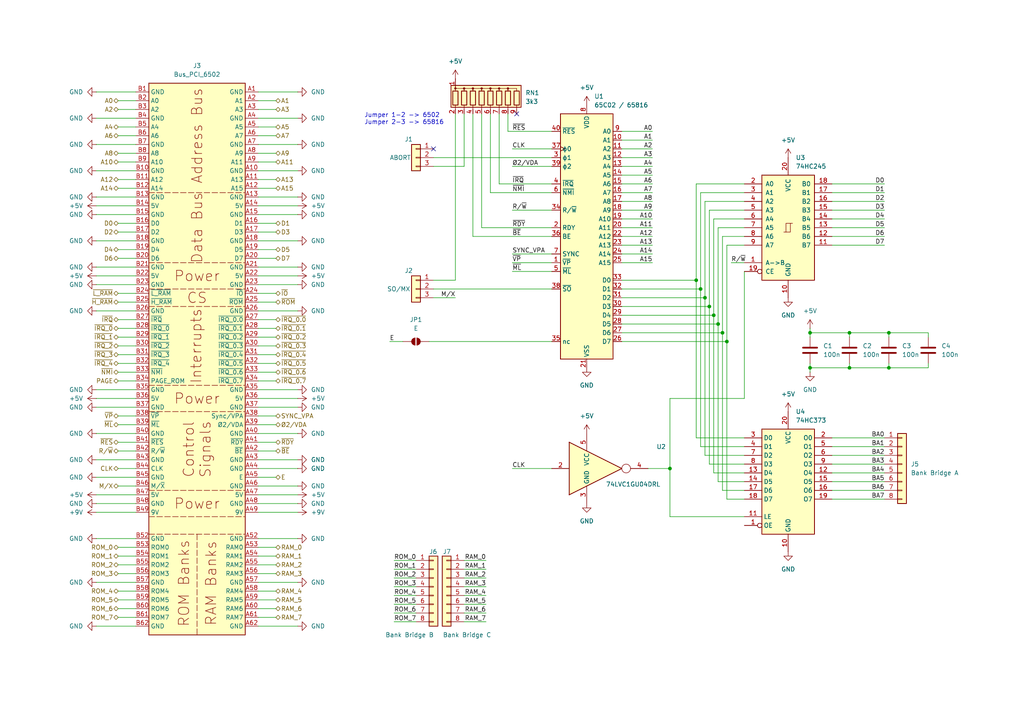
<source format=kicad_sch>
(kicad_sch (version 20231120) (generator "eeschema") (generator_version "8.0")
  (paper "A4")
  (junction (at 210.82 99.06))
  (junction (at 209.55 96.52))
  (junction (at 246.38 106.68))
  (junction (at 257.81 106.68))
  (junction (at 204.47 86.36))
  (junction (at 208.28 93.98))
  (junction (at 246.38 96.52))
  (junction (at 205.74 88.9))
  (junction (at 234.95 96.52))
  (junction (at 201.93 81.28))
  (junction (at 203.2 83.82))
  (junction (at 207.01 91.44))
  (junction (at 234.95 106.68))
  (junction (at 257.81 96.52))
  (junction (at 194.31 135.89))
  (no_connect (at 149.86 33.02))
  (no_connect (at 125.73 43.18))
  (wire (pts (xy 142.24 55.88) (xy 142.24 33.02)))
  (wire (pts (xy 148.59 78.74) (xy 160.02 78.74)))
  (wire (pts (xy 86.36 26.67) (xy 74.93 26.67)))
  (wire (pts (xy 80.01 95.25) (xy 74.93 95.25)))
  (wire (pts (xy 189.23 73.66) (xy 180.34 73.66)))
  (wire (pts (xy 86.36 133.35) (xy 74.93 133.35)))
  (wire (pts (xy 241.3 58.42) (xy 256.54 58.42)))
  (wire (pts (xy 27.94 62.23) (xy 39.37 62.23)))
  (wire (pts (xy 34.29 54.61) (xy 39.37 54.61)))
  (wire (pts (xy 140.97 180.34) (xy 134.62 180.34)))
  (wire (pts (xy 148.59 60.96) (xy 160.02 60.96)))
  (wire (pts (xy 80.01 44.45) (xy 74.93 44.45)))
  (wire (pts (xy 86.36 143.51) (xy 74.93 143.51)))
  (wire (pts (xy 189.23 50.8) (xy 180.34 50.8)))
  (wire (pts (xy 189.23 68.58) (xy 180.34 68.58)))
  (wire (pts (xy 114.3 172.72) (xy 120.65 172.72)))
  (wire (pts (xy 80.01 110.49) (xy 74.93 110.49)))
  (wire (pts (xy 241.3 66.04) (xy 256.54 66.04)))
  (wire (pts (xy 140.97 165.1) (xy 134.62 165.1)))
  (wire (pts (xy 34.29 31.75) (xy 39.37 31.75)))
  (wire (pts (xy 209.55 96.52) (xy 209.55 142.24)))
  (wire (pts (xy 234.95 106.68) (xy 246.38 106.68)))
  (wire (pts (xy 210.82 99.06) (xy 210.82 144.78)))
  (wire (pts (xy 34.29 29.21) (xy 39.37 29.21)))
  (wire (pts (xy 257.81 106.68) (xy 269.24 106.68)))
  (wire (pts (xy 34.29 72.39) (xy 39.37 72.39)))
  (wire (pts (xy 86.36 77.47) (xy 74.93 77.47)))
  (wire (pts (xy 210.82 71.12) (xy 215.9 71.12)))
  (wire (pts (xy 80.01 97.79) (xy 74.93 97.79)))
  (wire (pts (xy 241.3 127) (xy 256.54 127)))
  (wire (pts (xy 27.94 138.43) (xy 39.37 138.43)))
  (wire (pts (xy 241.3 60.96) (xy 256.54 60.96)))
  (wire (pts (xy 208.28 139.7) (xy 215.9 139.7)))
  (wire (pts (xy 194.31 135.89) (xy 194.31 149.86)))
  (wire (pts (xy 114.3 167.64) (xy 120.65 167.64)))
  (wire (pts (xy 80.01 171.45) (xy 74.93 171.45)))
  (wire (pts (xy 34.29 44.45) (xy 39.37 44.45)))
  (wire (pts (xy 80.01 179.07) (xy 74.93 179.07)))
  (wire (pts (xy 80.01 64.77) (xy 74.93 64.77)))
  (wire (pts (xy 210.82 99.06) (xy 210.82 71.12)))
  (wire (pts (xy 27.94 77.47) (xy 39.37 77.47)))
  (wire (pts (xy 34.29 95.25) (xy 39.37 95.25)))
  (wire (pts (xy 80.01 123.19) (xy 74.93 123.19)))
  (wire (pts (xy 208.28 66.04) (xy 215.9 66.04)))
  (wire (pts (xy 140.97 175.26) (xy 134.62 175.26)))
  (wire (pts (xy 189.23 40.64) (xy 180.34 40.64)))
  (wire (pts (xy 34.29 92.71) (xy 39.37 92.71)))
  (wire (pts (xy 140.97 177.8) (xy 134.62 177.8)))
  (wire (pts (xy 80.01 87.63) (xy 74.93 87.63)))
  (wire (pts (xy 234.95 106.68) (xy 234.95 107.95)))
  (wire (pts (xy 34.29 171.45) (xy 39.37 171.45)))
  (wire (pts (xy 187.96 135.89) (xy 194.31 135.89)))
  (wire (pts (xy 209.55 96.52) (xy 209.55 68.58)))
  (wire (pts (xy 201.93 81.28) (xy 201.93 127)))
  (wire (pts (xy 34.29 128.27) (xy 39.37 128.27)))
  (wire (pts (xy 114.3 162.56) (xy 120.65 162.56)))
  (wire (pts (xy 80.01 74.93) (xy 74.93 74.93)))
  (wire (pts (xy 80.01 161.29) (xy 74.93 161.29)))
  (wire (pts (xy 34.29 135.89) (xy 39.37 135.89)))
  (wire (pts (xy 203.2 129.54) (xy 215.9 129.54)))
  (wire (pts (xy 241.3 137.16) (xy 256.54 137.16)))
  (wire (pts (xy 34.29 107.95) (xy 39.37 107.95)))
  (wire (pts (xy 125.73 45.72) (xy 160.02 45.72)))
  (wire (pts (xy 189.23 43.18) (xy 180.34 43.18)))
  (wire (pts (xy 137.16 68.58) (xy 137.16 33.02)))
  (wire (pts (xy 86.36 62.23) (xy 74.93 62.23)))
  (wire (pts (xy 80.01 120.65) (xy 74.93 120.65)))
  (wire (pts (xy 27.94 115.57) (xy 39.37 115.57)))
  (wire (pts (xy 203.2 83.82) (xy 203.2 55.88)))
  (wire (pts (xy 27.94 26.67) (xy 39.37 26.67)))
  (wire (pts (xy 205.74 134.62) (xy 215.9 134.62)))
  (wire (pts (xy 34.29 140.97) (xy 39.37 140.97)))
  (wire (pts (xy 34.29 36.83) (xy 39.37 36.83)))
  (wire (pts (xy 207.01 91.44) (xy 207.01 137.16)))
  (wire (pts (xy 189.23 38.1) (xy 180.34 38.1)))
  (wire (pts (xy 34.29 64.77) (xy 39.37 64.77)))
  (wire (pts (xy 86.36 113.03) (xy 74.93 113.03)))
  (wire (pts (xy 80.01 52.07) (xy 74.93 52.07)))
  (wire (pts (xy 34.29 87.63) (xy 39.37 87.63)))
  (wire (pts (xy 234.95 96.52) (xy 234.95 97.79)))
  (wire (pts (xy 80.01 138.43) (xy 74.93 138.43)))
  (wire (pts (xy 201.93 81.28) (xy 201.93 53.34)))
  (wire (pts (xy 234.95 105.41) (xy 234.95 106.68)))
  (wire (pts (xy 241.3 68.58) (xy 256.54 68.58)))
  (wire (pts (xy 34.29 74.93) (xy 39.37 74.93)))
  (wire (pts (xy 80.01 173.99) (xy 74.93 173.99)))
  (wire (pts (xy 124.46 99.06) (xy 160.02 99.06)))
  (wire (pts (xy 205.74 88.9) (xy 205.74 60.96)))
  (wire (pts (xy 80.01 163.83) (xy 74.93 163.83)))
  (wire (pts (xy 139.7 66.04) (xy 160.02 66.04)))
  (wire (pts (xy 80.01 31.75) (xy 74.93 31.75)))
  (wire (pts (xy 86.36 57.15) (xy 74.93 57.15)))
  (wire (pts (xy 140.97 162.56) (xy 134.62 162.56)))
  (wire (pts (xy 180.34 83.82) (xy 203.2 83.82)))
  (wire (pts (xy 269.24 106.68) (xy 269.24 105.41)))
  (wire (pts (xy 34.29 123.19) (xy 39.37 123.19)))
  (wire (pts (xy 207.01 137.16) (xy 215.9 137.16)))
  (wire (pts (xy 34.29 67.31) (xy 39.37 67.31)))
  (wire (pts (xy 27.94 146.05) (xy 39.37 146.05)))
  (wire (pts (xy 27.94 133.35) (xy 39.37 133.35)))
  (wire (pts (xy 34.29 163.83) (xy 39.37 163.83)))
  (wire (pts (xy 27.94 90.17) (xy 39.37 90.17)))
  (wire (pts (xy 241.3 53.34) (xy 256.54 53.34)))
  (wire (pts (xy 34.29 176.53) (xy 39.37 176.53)))
  (wire (pts (xy 180.34 93.98) (xy 208.28 93.98)))
  (wire (pts (xy 86.36 59.69) (xy 74.93 59.69)))
  (wire (pts (xy 246.38 96.52) (xy 246.38 97.79)))
  (wire (pts (xy 189.23 58.42) (xy 180.34 58.42)))
  (wire (pts (xy 27.94 148.59) (xy 39.37 148.59)))
  (wire (pts (xy 114.3 175.26) (xy 120.65 175.26)))
  (wire (pts (xy 34.29 100.33) (xy 39.37 100.33)))
  (wire (pts (xy 80.01 130.81) (xy 74.93 130.81)))
  (wire (pts (xy 201.93 127) (xy 215.9 127)))
  (wire (pts (xy 189.23 76.2) (xy 180.34 76.2)))
  (wire (pts (xy 80.01 29.21) (xy 74.93 29.21)))
  (wire (pts (xy 132.08 81.28) (xy 132.08 33.02)))
  (wire (pts (xy 86.36 135.89) (xy 74.93 135.89)))
  (wire (pts (xy 86.36 49.53) (xy 74.93 49.53)))
  (wire (pts (xy 125.73 83.82) (xy 160.02 83.82)))
  (wire (pts (xy 34.29 105.41) (xy 39.37 105.41)))
  (wire (pts (xy 241.3 132.08) (xy 256.54 132.08)))
  (wire (pts (xy 27.94 57.15) (xy 39.37 57.15)))
  (wire (pts (xy 86.36 156.21) (xy 74.93 156.21)))
  (wire (pts (xy 27.94 82.55) (xy 39.37 82.55)))
  (wire (pts (xy 212.09 76.2) (xy 215.9 76.2)))
  (wire (pts (xy 210.82 144.78) (xy 215.9 144.78)))
  (wire (pts (xy 34.29 52.07) (xy 39.37 52.07)))
  (wire (pts (xy 125.73 86.36) (xy 132.08 86.36)))
  (wire (pts (xy 204.47 58.42) (xy 215.9 58.42)))
  (wire (pts (xy 134.62 33.02) (xy 134.62 48.26)))
  (wire (pts (xy 27.94 80.01) (xy 39.37 80.01)))
  (wire (pts (xy 241.3 134.62) (xy 256.54 134.62)))
  (wire (pts (xy 234.95 96.52) (xy 246.38 96.52)))
  (wire (pts (xy 205.74 88.9) (xy 205.74 134.62)))
  (wire (pts (xy 114.3 180.34) (xy 120.65 180.34)))
  (wire (pts (xy 34.29 173.99) (xy 39.37 173.99)))
  (wire (pts (xy 114.3 165.1) (xy 120.65 165.1)))
  (wire (pts (xy 241.3 63.5) (xy 256.54 63.5)))
  (wire (pts (xy 114.3 177.8) (xy 120.65 177.8)))
  (wire (pts (xy 204.47 86.36) (xy 204.47 132.08)))
  (wire (pts (xy 142.24 55.88) (xy 160.02 55.88)))
  (wire (pts (xy 80.01 67.31) (xy 74.93 67.31)))
  (wire (pts (xy 80.01 158.75) (xy 74.93 158.75)))
  (wire (pts (xy 140.97 167.64) (xy 134.62 167.64)))
  (wire (pts (xy 209.55 142.24) (xy 215.9 142.24)))
  (wire (pts (xy 241.3 55.88) (xy 256.54 55.88)))
  (wire (pts (xy 180.34 99.06) (xy 210.82 99.06)))
  (wire (pts (xy 27.94 41.91) (xy 39.37 41.91)))
  (wire (pts (xy 34.29 85.09) (xy 39.37 85.09)))
  (wire (pts (xy 137.16 68.58) (xy 160.02 68.58)))
  (wire (pts (xy 80.01 166.37) (xy 74.93 166.37)))
  (wire (pts (xy 27.94 34.29) (xy 39.37 34.29)))
  (wire (pts (xy 257.81 96.52) (xy 257.81 97.79)))
  (wire (pts (xy 205.74 60.96) (xy 215.9 60.96)))
  (wire (pts (xy 86.36 82.55) (xy 74.93 82.55)))
  (wire (pts (xy 241.3 71.12) (xy 256.54 71.12)))
  (wire (pts (xy 80.01 46.99) (xy 74.93 46.99)))
  (wire (pts (xy 207.01 91.44) (xy 207.01 63.5)))
  (wire (pts (xy 34.29 39.37) (xy 39.37 39.37)))
  (wire (pts (xy 27.94 156.21) (xy 39.37 156.21)))
  (wire (pts (xy 27.94 69.85) (xy 39.37 69.85)))
  (wire (pts (xy 208.28 93.98) (xy 208.28 66.04)))
  (wire (pts (xy 148.59 76.2) (xy 160.02 76.2)))
  (wire (pts (xy 140.97 172.72) (xy 134.62 172.72)))
  (wire (pts (xy 86.36 34.29) (xy 74.93 34.29)))
  (wire (pts (xy 80.01 100.33) (xy 74.93 100.33)))
  (wire (pts (xy 80.01 102.87) (xy 74.93 102.87)))
  (wire (pts (xy 203.2 83.82) (xy 203.2 129.54)))
  (wire (pts (xy 34.29 161.29) (xy 39.37 161.29)))
  (wire (pts (xy 194.31 115.57) (xy 194.31 135.89)))
  (wire (pts (xy 241.3 142.24) (xy 256.54 142.24)))
  (wire (pts (xy 241.3 129.54) (xy 256.54 129.54)))
  (wire (pts (xy 234.95 95.25) (xy 234.95 96.52)))
  (wire (pts (xy 86.36 69.85) (xy 74.93 69.85)))
  (wire (pts (xy 189.23 66.04) (xy 180.34 66.04)))
  (wire (pts (xy 34.29 166.37) (xy 39.37 166.37)))
  (wire (pts (xy 86.36 148.59) (xy 74.93 148.59)))
  (wire (pts (xy 34.29 110.49) (xy 39.37 110.49)))
  (wire (pts (xy 215.9 115.57) (xy 194.31 115.57)))
  (wire (pts (xy 27.94 125.73) (xy 39.37 125.73)))
  (wire (pts (xy 257.81 96.52) (xy 269.24 96.52)))
  (wire (pts (xy 189.23 45.72) (xy 180.34 45.72)))
  (wire (pts (xy 80.01 107.95) (xy 74.93 107.95)))
  (wire (pts (xy 80.01 176.53) (xy 74.93 176.53)))
  (wire (pts (xy 86.36 90.17) (xy 74.93 90.17)))
  (wire (pts (xy 80.01 92.71) (xy 74.93 92.71)))
  (wire (pts (xy 246.38 96.52) (xy 257.81 96.52)))
  (wire (pts (xy 147.32 38.1) (xy 160.02 38.1)))
  (wire (pts (xy 194.31 149.86) (xy 215.9 149.86)))
  (wire (pts (xy 134.62 48.26) (xy 125.73 48.26)))
  (wire (pts (xy 140.97 170.18) (xy 134.62 170.18)))
  (wire (pts (xy 207.01 63.5) (xy 215.9 63.5)))
  (wire (pts (xy 80.01 128.27) (xy 74.93 128.27)))
  (wire (pts (xy 86.36 41.91) (xy 74.93 41.91)))
  (wire (pts (xy 203.2 55.88) (xy 215.9 55.88)))
  (wire (pts (xy 114.3 170.18) (xy 120.65 170.18)))
  (wire (pts (xy 148.59 43.18) (xy 160.02 43.18)))
  (wire (pts (xy 86.36 140.97) (xy 74.93 140.97)))
  (wire (pts (xy 86.36 80.01) (xy 74.93 80.01)))
  (wire (pts (xy 160.02 73.66) (xy 148.59 73.66)))
  (wire (pts (xy 180.34 81.28) (xy 201.93 81.28)))
  (wire (pts (xy 86.36 118.11) (xy 74.93 118.11)))
  (wire (pts (xy 147.32 38.1) (xy 147.32 33.02)))
  (wire (pts (xy 27.94 49.53) (xy 39.37 49.53)))
  (wire (pts (xy 148.59 48.26) (xy 160.02 48.26)))
  (wire (pts (xy 34.29 46.99) (xy 39.37 46.99)))
  (wire (pts (xy 189.23 55.88) (xy 180.34 55.88)))
  (wire (pts (xy 86.36 115.57) (xy 74.93 115.57)))
  (wire (pts (xy 34.29 97.79) (xy 39.37 97.79)))
  (wire (pts (xy 86.36 181.61) (xy 74.93 181.61)))
  (wire (pts (xy 180.34 88.9) (xy 205.74 88.9)))
  (wire (pts (xy 86.36 168.91) (xy 74.93 168.91)))
  (wire (pts (xy 201.93 53.34) (xy 215.9 53.34)))
  (wire (pts (xy 189.23 60.96) (xy 180.34 60.96)))
  (wire (pts (xy 189.23 48.26) (xy 180.34 48.26)))
  (wire (pts (xy 215.9 78.74) (xy 215.9 115.57)))
  (wire (pts (xy 80.01 36.83) (xy 74.93 36.83)))
  (wire (pts (xy 86.36 146.05) (xy 74.93 146.05)))
  (wire (pts (xy 27.94 113.03) (xy 39.37 113.03)))
  (wire (pts (xy 34.29 179.07) (xy 39.37 179.07)))
  (wire (pts (xy 34.29 120.65) (xy 39.37 120.65)))
  (wire (pts (xy 27.94 59.69) (xy 39.37 59.69)))
  (wire (pts (xy 209.55 68.58) (xy 215.9 68.58)))
  (wire (pts (xy 204.47 132.08) (xy 215.9 132.08)))
  (wire (pts (xy 144.78 53.34) (xy 160.02 53.34)))
  (wire (pts (xy 189.23 53.34) (xy 180.34 53.34)))
  (wire (pts (xy 246.38 106.68) (xy 257.81 106.68)))
  (wire (pts (xy 34.29 102.87) (xy 39.37 102.87)))
  (wire (pts (xy 144.78 53.34) (xy 144.78 33.02)))
  (wire (pts (xy 80.01 54.61) (xy 74.93 54.61)))
  (wire (pts (xy 204.47 86.36) (xy 204.47 58.42)))
  (wire (pts (xy 27.94 181.61) (xy 39.37 181.61)))
  (wire (pts (xy 208.28 93.98) (xy 208.28 139.7)))
  (wire (pts (xy 27.94 143.51) (xy 39.37 143.51)))
  (wire (pts (xy 80.01 39.37) (xy 74.93 39.37)))
  (wire (pts (xy 241.3 139.7) (xy 256.54 139.7)))
  (wire (pts (xy 27.94 118.11) (xy 39.37 118.11)))
  (wire (pts (xy 80.01 105.41) (xy 74.93 105.41)))
  (wire (pts (xy 125.73 81.28) (xy 132.08 81.28)))
  (wire (pts (xy 180.34 96.52) (xy 209.55 96.52)))
  (wire (pts (xy 189.23 71.12) (xy 180.34 71.12)))
  (wire (pts (xy 269.24 96.52) (xy 269.24 97.79)))
  (wire (pts (xy 257.81 105.41) (xy 257.81 106.68)))
  (wire (pts (xy 27.94 168.91) (xy 39.37 168.91)))
  (wire (pts (xy 148.59 135.89) (xy 160.02 135.89)))
  (wire (pts (xy 241.3 144.78) (xy 256.54 144.78)))
  (wire (pts (xy 139.7 66.04) (xy 139.7 33.02)))
  (wire (pts (xy 180.34 91.44) (xy 207.01 91.44)))
  (wire (pts (xy 80.01 85.09) (xy 74.93 85.09)))
  (wire (pts (xy 86.36 125.73) (xy 74.93 125.73)))
  (wire (pts (xy 80.01 72.39) (xy 74.93 72.39)))
  (wire (pts (xy 180.34 86.36) (xy 204.47 86.36)))
  (wire (pts (xy 113.03 99.06) (xy 116.84 99.06)))
  (wire (pts (xy 189.23 63.5) (xy 180.34 63.5)))
  (wire (pts (xy 246.38 105.41) (xy 246.38 106.68)))
  (wire (pts (xy 34.29 130.81) (xy 39.37 130.81)))
  (wire (pts (xy 34.29 158.75) (xy 39.37 158.75)))
  (text "Jumper 1-2 -> 6502\nJumper 2-3 -> 65816" (at 105.664 34.544 0) (effects (font (size 1.27 1.27)) (justify left)))
  (label "ROM_5" (at 114.3 175.26 0))
  (label "A2" (at 189.23 43.18 180))
  (label "ROM_1" (at 114.3 165.1 0))
  (label "A3" (at 189.23 45.72 180))
  (label "D7" (at 256.54 71.12 180))
  (label "BA7" (at 256.54 144.78 180))
  (label "RAM_0" (at 140.97 162.56 180))
  (label "SYNC_VPA" (at 148.59 73.66 0))
  (label "D0" (at 256.54 53.34 180))
  (label "D3" (at 256.54 60.96 180))
  (label "ROM_0" (at 114.3 162.56 0))
  (label "RAM_6" (at 140.97 177.8 180))
  (label "A10" (at 189.23 63.5 180))
  (label "A14" (at 189.23 73.66 180))
  (label "ROM_6" (at 114.3 177.8 0))
  (label "D6" (at 256.54 68.58 180))
  (label "A0" (at 189.23 38.1 180))
  (label "BA0" (at 256.54 127 180))
  (label "BA4" (at 256.54 137.16 180))
  (label "A5" (at 189.23 50.8 180))
  (label "A9" (at 189.23 60.96 180))
  (label "RAM_2" (at 140.97 167.64 180))
  (label "A13" (at 189.23 71.12 180))
  (label "~{NMI}" (at 148.59 55.88 0))
  (label "~{RDY}" (at 148.59 66.04 0))
  (label "D5" (at 256.54 66.04 180))
  (label "BA1" (at 256.54 129.54 180))
  (label "~{VP}" (at 148.59 76.2 0))
  (label "A4" (at 189.23 48.26 180))
  (label "D1" (at 256.54 55.88 180))
  (label "BA3" (at 256.54 134.62 180))
  (label "Ø2{slash}VDA" (at 148.59 48.26 0))
  (label "BA6" (at 256.54 142.24 180))
  (label "~{RES}" (at 148.59 38.1 0))
  (label "A11" (at 189.23 66.04 180))
  (label "E" (at 113.03 99.06 0))
  (label "~{BE}" (at 148.59 68.58 0))
  (label "R{slash}~{W}" (at 148.59 60.96 0))
  (label "CLK" (at 148.59 135.89 0))
  (label "A15" (at 189.23 76.2 180))
  (label "RAM_4" (at 140.97 172.72 180))
  (label "A6" (at 189.23 53.34 180))
  (label "A8" (at 189.23 58.42 180))
  (label "~{IRQ}" (at 148.59 53.34 0))
  (label "RAM_1" (at 140.97 165.1 180))
  (label "BA2" (at 256.54 132.08 180))
  (label "M{slash}X" (at 132.08 86.36 180))
  (label "A1" (at 189.23 40.64 180))
  (label "RAM_5" (at 140.97 175.26 180))
  (label "A12" (at 189.23 68.58 180))
  (label "BA5" (at 256.54 139.7 180))
  (label "ROM_3" (at 114.3 170.18 0))
  (label "~{ML}" (at 148.59 78.74 0))
  (label "ROM_2" (at 114.3 167.64 0))
  (label "ROM_4" (at 114.3 172.72 0))
  (label "RAM_3" (at 140.97 170.18 180))
  (label "ROM_7" (at 114.3 180.34 0))
  (label "D4" (at 256.54 63.5 180))
  (label "CLK" (at 148.59 43.18 0))
  (label "D2" (at 256.54 58.42 180))
  (label "A7" (at 189.23 55.88 180))
  (label "RAM_7" (at 140.97 180.34 180))
  (label "R{slash}~{W}" (at 212.09 76.2 0))
  (hierarchical_label "D7" (shape bidirectional) (at 80.01 74.93 0))
  (hierarchical_label "~{IRQ}" (shape bidirectional) (at 34.29 92.71 180))
  (hierarchical_label "CLK" (shape bidirectional) (at 34.29 135.89 180))
  (hierarchical_label "M{slash}X" (shape bidirectional) (at 34.29 140.97 180))
  (hierarchical_label "A6" (shape bidirectional) (at 34.29 39.37 180))
  (hierarchical_label "~{H_RAM}" (shape bidirectional) (at 34.29 87.63 180))
  (hierarchical_label "~{IRQ_0.0}" (shape bidirectional) (at 80.01 92.71 0))
  (hierarchical_label "A2" (shape bidirectional) (at 34.29 31.75 180))
  (hierarchical_label "A10" (shape bidirectional) (at 34.29 46.99 180))
  (hierarchical_label "RAM_0" (shape bidirectional) (at 80.01 158.75 0))
  (hierarchical_label "A5" (shape bidirectional) (at 80.01 36.83 0))
  (hierarchical_label "A3" (shape bidirectional) (at 80.01 31.75 0))
  (hierarchical_label "A14" (shape bidirectional) (at 34.29 54.61 180))
  (hierarchical_label "~{IRQ_3}" (shape bidirectional) (at 34.29 102.87 180))
  (hierarchical_label "E" (shape bidirectional) (at 80.01 138.43 0))
  (hierarchical_label "~{IRQ_1}" (shape bidirectional) (at 34.29 97.79 180))
  (hierarchical_label "~{IRQ_0}" (shape bidirectional) (at 34.29 95.25 180))
  (hierarchical_label "D3" (shape bidirectional) (at 80.01 67.31 0))
  (hierarchical_label "ROM_7" (shape bidirectional) (at 34.29 179.07 180))
  (hierarchical_label "D1" (shape bidirectional) (at 80.01 64.77 0))
  (hierarchical_label "D6" (shape bidirectional) (at 34.29 74.93 180))
  (hierarchical_label "SYNC_VPA" (shape bidirectional) (at 80.01 120.65 0))
  (hierarchical_label "~{IRQ_0.2}" (shape bidirectional) (at 80.01 97.79 0))
  (hierarchical_label "~{ML}" (shape bidirectional) (at 34.29 123.19 180))
  (hierarchical_label "~{IRQ_0.3}" (shape bidirectional) (at 80.01 100.33 0))
  (hierarchical_label "RAM_3" (shape bidirectional) (at 80.01 166.37 0))
  (hierarchical_label "~{IRQ_0.7}" (shape bidirectional) (at 80.01 110.49 0))
  (hierarchical_label "Ø2{slash}VDA" (shape bidirectional) (at 80.01 123.19 0))
  (hierarchical_label "~{ROM}" (shape bidirectional) (at 80.01 87.63 0))
  (hierarchical_label "ROM_2" (shape bidirectional) (at 34.29 163.83 180))
  (hierarchical_label "ROM_6" (shape bidirectional) (at 34.29 176.53 180))
  (hierarchical_label "R{slash}~{W}" (shape bidirectional) (at 34.29 130.81 180))
  (hierarchical_label "ROM_1" (shape bidirectional) (at 34.29 161.29 180))
  (hierarchical_label "~{L_RAM}" (shape bidirectional) (at 34.29 85.09 180))
  (hierarchical_label "RAM_4" (shape bidirectional) (at 80.01 171.45 0))
  (hierarchical_label "RAM_6" (shape bidirectional) (at 80.01 176.53 0))
  (hierarchical_label "A0" (shape bidirectional) (at 34.29 29.21 180))
  (hierarchical_label "~{BE}" (shape bidirectional) (at 80.01 130.81 0))
  (hierarchical_label "A12" (shape bidirectional) (at 34.29 52.07 180))
  (hierarchical_label "RAM_1" (shape bidirectional) (at 80.01 161.29 0))
  (hierarchical_label "D0" (shape bidirectional) (at 34.29 64.77 180))
  (hierarchical_label "~{IO}" (shape bidirectional) (at 80.01 85.09 0))
  (hierarchical_label "D5" (shape bidirectional) (at 80.01 72.39 0))
  (hierarchical_label "D2" (shape bidirectional) (at 34.29 67.31 180))
  (hierarchical_label "A11" (shape bidirectional) (at 80.01 46.99 0))
  (hierarchical_label "RAM_5" (shape bidirectional) (at 80.01 173.99 0))
  (hierarchical_label "~{IRQ_2}" (shape bidirectional) (at 34.29 100.33 180))
  (hierarchical_label "ROM_0" (shape bidirectional) (at 34.29 158.75 180))
  (hierarchical_label "~{NMI}" (shape bidirectional) (at 34.29 107.95 180))
  (hierarchical_label "ROM_4" (shape bidirectional) (at 34.29 171.45 180))
  (hierarchical_label "ROM_3" (shape bidirectional) (at 34.29 166.37 180))
  (hierarchical_label "A8" (shape bidirectional) (at 34.29 44.45 180))
  (hierarchical_label "A1" (shape bidirectional) (at 80.01 29.21 0))
  (hierarchical_label "~{RES}" (shape bidirectional) (at 34.29 128.27 180))
  (hierarchical_label "ROM_5" (shape bidirectional) (at 34.29 173.99 180))
  (hierarchical_label "RAM_7" (shape bidirectional) (at 80.01 179.07 0))
  (hierarchical_label "A15" (shape bidirectional) (at 80.01 54.61 0))
  (hierarchical_label "~{IRQ_0.5}" (shape bidirectional) (at 80.01 105.41 0))
  (hierarchical_label "~{RDY}" (shape bidirectional) (at 80.01 128.27 0))
  (hierarchical_label "A7" (shape bidirectional) (at 80.01 39.37 0))
  (hierarchical_label "A9" (shape bidirectional) (at 80.01 44.45 0))
  (hierarchical_label "~{VP}" (shape bidirectional) (at 34.29 120.65 180))
  (hierarchical_label "PAGE" (shape bidirectional) (at 34.29 110.49 180))
  (hierarchical_label "~{IRQ_0.4}" (shape bidirectional) (at 80.01 102.87 0))
  (hierarchical_label "D4" (shape bidirectional) (at 34.29 72.39 180))
  (hierarchical_label "A4" (shape bidirectional) (at 34.29 36.83 180))
  (hierarchical_label "~{IRQ_0.6}" (shape bidirectional) (at 80.01 107.95 0))
  (hierarchical_label "~{IRQ_0.1}" (shape bidirectional) (at 80.01 95.25 0))
  (hierarchical_label "~{IRQ_4}" (shape bidirectional) (at 34.29 105.41 180))
  (hierarchical_label "RAM_2" (shape bidirectional) (at 80.01 163.83 0))
  (hierarchical_label "A13" (shape bidirectional) (at 80.01 52.07 0))
  (symbol (lib_id "power:GND") (at 27.94 26.67 270) (unit 1)
    (property "Reference" "#PWR04" (effects (hide yes)))
    (property "Value" "GND" (at 24.13 26.6699 90) (effects (justify right)))
    (property "Description" "Power symbol creates a global label with name \"GND\" , ground" (effects (hide yes)))
  )
  (symbol (lib_id "power:+5V") (at 132.08 22.86 0) (unit 1)
    (property "Reference" "#PWR01" (effects (hide yes)))
    (property "Value" "+5V" (at 132.08 17.78 0))
    (property "Description" "Power symbol creates a global label with name \"+5V\"" (effects (hide yes)))
  )
  (symbol (lib_id "power:GND") (at 86.36 57.15 90) (mirror x) (unit 1)
    (property "Reference" "#PWR013" (effects (hide yes)))
    (property "Value" "GND" (at 90.17 57.1499 90) (effects (justify right)))
    (property "Description" "Power symbol creates a global label with name \"GND\" , ground" (effects (hide yes)))
  )
  (symbol (lib_id "power:GND") (at 27.94 146.05 270) (unit 1)
    (property "Reference" "#PWR043" (effects (hide yes)))
    (property "Value" "GND" (at 24.13 146.0499 90) (effects (justify right)))
    (property "Description" "Power symbol creates a global label with name \"GND\" , ground" (effects (hide yes)))
  )
  (symbol (lib_id "power:GND") (at 27.94 82.55 270) (unit 1)
    (property "Reference" "#PWR024" (effects (hide yes)))
    (property "Value" "GND" (at 24.13 82.5499 90) (effects (justify right)))
    (property "Description" "Power symbol creates a global label with name \"GND\" , ground" (effects (hide yes)))
  )
  (symbol (lib_id "power:GND") (at 27.94 57.15 270) (unit 1)
    (property "Reference" "#PWR012" (effects (hide yes)))
    (property "Value" "GND" (at 24.13 57.1499 90) (effects (justify right)))
    (property "Description" "Power symbol creates a global label with name \"GND\" , ground" (effects (hide yes)))
  )
  (symbol (lib_id "power:GND") (at 27.94 156.21 270) (unit 1)
    (property "Reference" "#PWR047" (effects (hide yes)))
    (property "Value" "GND" (at 24.13 156.2099 90) (effects (justify right)))
    (property "Description" "Power symbol creates a global label with name \"GND\" , ground" (effects (hide yes)))
  )
  (symbol (lib_id "power:GND") (at 27.94 168.91 270) (unit 1)
    (property "Reference" "#PWR049" (effects (hide yes)))
    (property "Value" "GND" (at 24.13 168.9099 90) (effects (justify right)))
    (property "Description" "Power symbol creates a global label with name \"GND\" , ground" (effects (hide yes)))
  )
  (symbol (lib_id "power:GND") (at 86.36 146.05 90) (mirror x) (unit 1)
    (property "Reference" "#PWR044" (effects (hide yes)))
    (property "Value" "GND" (at 90.17 146.0499 90) (effects (justify right)))
    (property "Description" "Power symbol creates a global label with name \"GND\" , ground" (effects (hide yes)))
  )
  (symbol (lib_id "Connector_Generic:Conn_01x03") (at 120.65 83.82 0) (mirror y) (unit 1)
    (property "Reference" "J2" (at 117.348 78.486 0) (effects (justify right)))
    (property "Value" "SO/MX" (at 112.268 83.82 0) (effects (justify right)))
    (property "Footprint" "Jumper:SolderJumper-3_P1.3mm_Open_RoundedPad1.0x1.5mm_NumberLabels" (effects (hide yes)))
    (property "Description" "Generic connector, single row, 01x03, script generated (kicad-library-utils/schlib/autogen/connector/)" (effects (hide yes)))
  )
  (symbol (lib_id "power:GND") (at 27.94 77.47 270) (unit 1)
    (property "Reference" "#PWR020" (effects (hide yes)))
    (property "Value" "GND" (at 24.13 77.4699 90) (effects (justify right)))
    (property "Description" "Power symbol creates a global label with name \"GND\" , ground" (effects (hide yes)))
  )
  (symbol (lib_id "power:GND") (at 86.36 41.91 90) (mirror x) (unit 1)
    (property "Reference" "#PWR09" (effects (hide yes)))
    (property "Value" "GND" (at 90.17 41.9099 90) (effects (justify right)))
    (property "Description" "Power symbol creates a global label with name \"GND\" , ground" (effects (hide yes)))
  )
  (symbol (lib_id "power:+5V") (at 86.36 80.01 270) (mirror x) (unit 1)
    (property "Reference" "#PWR023" (effects (hide yes)))
    (property "Value" "+5V" (at 90.17 80.0099 90) (effects (justify left)))
    (property "Description" "Power symbol creates a global label with name \"+5V\"" (effects (hide yes)))
  )
  (symbol (lib_id "Connector_Generic:Conn_01x08") (at 261.62 134.62 0) (unit 1)
    (property "Reference" "J5" (at 264.16 134.6199 0) (effects (justify left)))
    (property "Value" "Bank Bridge A" (at 264.16 137.1599 0) (effects (justify left)))
    (property "Footprint" "Connector_PinHeader_2.54mm:PinHeader_1x08_P2.54mm_Vertical" (effects (hide yes)))
    (property "Description" "Generic connector, single row, 01x08, script generated (kicad-library-utils/schlib/autogen/connector/)" (effects (hide yes)))
  )
  (symbol (lib_id "power:+9V") (at 27.94 148.59 90) (unit 1)
    (property "Reference" "#PWR045" (effects (hide yes)))
    (property "Value" "+9V" (at 24.13 148.5899 90) (effects (justify left)))
    (property "Description" "Power symbol creates a global label with name \"+9V\"" (effects (hide yes)))
  )
  (symbol (lib_id "power:GND") (at 228.6 160.02 0) (unit 1)
    (property "Reference" "#PWR056" (effects (hide yes)))
    (property "Value" "GND" (at 228.6 165.1 0))
    (property "Description" "Power symbol creates a global label with name \"GND\" , ground" (effects (hide yes)))
  )
  (symbol (lib_id "power:GND") (at 86.36 34.29 90) (mirror x) (unit 1)
    (property "Reference" "#PWR07" (effects (hide yes)))
    (property "Value" "GND" (at 90.17 34.2899 90) (effects (justify right)))
    (property "Description" "Power symbol creates a global label with name \"GND\" , ground" (effects (hide yes)))
  )
  (symbol (lib_id "power:GND") (at 170.18 146.05 0) (unit 1)
    (property "Reference" "#PWR058" (effects (hide yes)))
    (property "Value" "GND" (at 170.18 151.13 0))
    (property "Description" "Power symbol creates a global label with name \"GND\" , ground" (effects (hide yes)))
  )
  (symbol (lib_id "power:GND") (at 234.95 107.95 0) (unit 1)
    (property "Reference" "#PWR060" (effects (hide yes)))
    (property "Value" "GND" (at 234.95 113.03 0))
    (property "Description" "Power symbol creates a global label with name \"GND\" , ground" (effects (hide yes)))
  )
  (symbol (lib_id "74xx:74HC245") (at 228.6 66.04 0) (unit 1)
    (property "Reference" "U3" (at 230.7941 45.72 0) (effects (justify left)))
    (property "Value" "74HC245" (at 230.7941 48.26 0) (effects (justify left)))
    (property "Footprint" "Package_DIP:DIP-20_W7.62mm_LongPads" (effects (hide yes)))
    (property "Datasheet" "http://www.ti.com/lit/gpn/sn74HC245" (effects (hide yes)))
    (property "Description" "Octal BUS Transceivers, 3-State outputs" (effects (hide yes)))
  )
  (symbol (lib_id "power:GND") (at 27.94 138.43 270) (unit 1)
    (property "Reference" "#PWR039" (effects (hide yes)))
    (property "Value" "GND" (at 24.13 138.4299 90) (effects (justify right)))
    (property "Description" "Power symbol creates a global label with name \"GND\" , ground" (effects (hide yes)))
  )
  (symbol (lib_id "power:GND") (at 86.36 62.23 90) (mirror x) (unit 1)
    (property "Reference" "#PWR017" (effects (hide yes)))
    (property "Value" "GND" (at 90.17 62.2299 90) (effects (justify right)))
    (property "Description" "Power symbol creates a global label with name \"GND\" , ground" (effects (hide yes)))
  )
  (symbol (lib_id "power:GND") (at 86.36 82.55 90) (mirror x) (unit 1)
    (property "Reference" "#PWR025" (effects (hide yes)))
    (property "Value" "GND" (at 90.17 82.5499 90) (effects (justify right)))
    (property "Description" "Power symbol creates a global label with name \"GND\" , ground" (effects (hide yes)))
  )
  (symbol (lib_id "Device:C") (at 269.24 101.6 0) (unit 1)
    (property "Reference" "C4" (at 273.05 100.3299 0) (effects (justify left)))
    (property "Value" "100n" (at 273.05 102.8699 0) (effects (justify left)))
    (property "Footprint" "Capacitor_SMD:C_0805_2012Metric" (effects (hide yes)))
    (property "Description" "Unpolarized capacitor" (effects (hide yes)))
  )
  (symbol (lib_id "power:GND") (at 27.94 90.17 270) (unit 1)
    (property "Reference" "#PWR026" (effects (hide yes)))
    (property "Value" "GND" (at 24.13 90.1699 90) (effects (justify right)))
    (property "Description" "Power symbol creates a global label with name \"GND\" , ground" (effects (hide yes)))
  )
  (symbol (lib_id "Device:C") (at 257.81 101.6 0) (unit 1)
    (property "Reference" "C3" (at 261.62 100.3299 0) (effects (justify left)))
    (property "Value" "100n" (at 261.62 102.8699 0) (effects (justify left)))
    (property "Footprint" "Capacitor_SMD:C_0805_2012Metric" (effects (hide yes)))
    (property "Description" "Unpolarized capacitor" (effects (hide yes)))
  )
  (symbol (lib_id "74xGxx:74LVC1GU04DRL") (at 170.18 135.89 0) (unit 1)
    (property "Reference" "U2" (at 191.77 129.5714 0))
    (property "Value" "74LVC1GU04DRL" (at 183.642 140.462 0))
    (property "Footprint" "Package_TO_SOT_SMD:SOT-553" (effects (hide yes)))
    (property "Datasheet" "http://www.ti.com/lit/ds/symlink/sn74lvc1gu04.pdf" (effects (hide yes)))
    (property "Description" "Single Inverter Gate, SOT-553" (effects (hide yes)))
  )
  (symbol (lib_id "power:GND") (at 86.36 113.03 90) (mirror x) (unit 1)
    (property "Reference" "#PWR029" (effects (hide yes)))
    (property "Value" "GND" (at 90.17 113.0299 90) (effects (justify right)))
    (property "Description" "Power symbol creates a global label with name \"GND\" , ground" (effects (hide yes)))
  )
  (symbol (lib_id "power:GND") (at 170.18 106.68 0) (unit 1)
    (property "Reference" "#PWR03" (effects (hide yes)))
    (property "Value" "GND" (at 170.18 111.76 0))
    (property "Description" "Power symbol creates a global label with name \"GND\" , ground" (effects (hide yes)))
  )
  (symbol (lib_id "6502:W65C02SxP") (at 170.18 68.58 0) (unit 1)
    (property "Reference" "U1" (at 172.3741 27.94 0) (effects (justify left)))
    (property "Value" "65C02 / 65816" (at 172.3741 30.48 0) (effects (justify left)))
    (property "Footprint" "Package_DIP:DIP-40_W15.24mm" (effects (hide yes)))
    (property "Datasheet" "http://www.westerndesigncenter.com/wdc/documentation/w65c02s.pdf" (effects (hide yes)))
    (property "Description" "8-bit CMOS General Purpose Microprocessor, DIP-40" (effects (hide yes)))
  )
  (symbol (lib_id "power:GND") (at 27.94 62.23 270) (unit 1)
    (property "Reference" "#PWR016" (effects (hide yes)))
    (property "Value" "GND" (at 24.13 62.2299 90) (effects (justify right)))
    (property "Description" "Power symbol creates a global label with name \"GND\" , ground" (effects (hide yes)))
  )
  (symbol (lib_id "power:+5V") (at 86.36 143.51 270) (mirror x) (unit 1)
    (property "Reference" "#PWR042" (effects (hide yes)))
    (property "Value" "+5V" (at 90.17 143.5099 90) (effects (justify left)))
    (property "Description" "Power symbol creates a global label with name \"+5V\"" (effects (hide yes)))
  )
  (symbol (lib_id "Connector_Generic:Conn_01x03") (at 120.65 45.72 0) (mirror y) (unit 1)
    (property "Reference" "J1" (at 117.348 40.386 0) (effects (justify right)))
    (property "Value" "ABORT" (at 113.03 45.72 0) (effects (justify right)))
    (property "Footprint" "Jumper:SolderJumper-3_P1.3mm_Open_RoundedPad1.0x1.5mm_NumberLabels" (effects (hide yes)))
    (property "Description" "Generic connector, single row, 01x03, script generated (kicad-library-utils/schlib/autogen/connector/)" (effects (hide yes)))
  )
  (symbol (lib_id "power:+5V") (at 27.94 80.01 90) (unit 1)
    (property "Reference" "#PWR022" (effects (hide yes)))
    (property "Value" "+5V" (at 24.13 80.0099 90) (effects (justify left)))
    (property "Description" "Power symbol creates a global label with name \"+5V\"" (effects (hide yes)))
  )
  (symbol (lib_id "Connector_Generic:Conn_01x08") (at 125.73 170.18 0) (unit 1)
    (property "Reference" "J6" (at 124.46 160.02 0) (effects (justify left)))
    (property "Value" "Bank Bridge B" (at 111.76 184.15 0) (effects (justify left)))
    (property "Footprint" "Connector_PinHeader_2.54mm:PinHeader_1x08_P2.54mm_Vertical" (effects (hide yes)))
    (property "Description" "Generic connector, single row, 01x08, script generated (kicad-library-utils/schlib/autogen/connector/)" (effects (hide yes)))
  )
  (symbol (lib_id "power:+5V") (at 234.95 95.25 0) (unit 1)
    (property "Reference" "#PWR059" (effects (hide yes)))
    (property "Value" "+5V" (at 234.95 90.17 0))
    (property "Description" "Power symbol creates a global label with name \"+5V\"" (effects (hide yes)))
  )
  (symbol (lib_id "power:GND") (at 86.36 168.91 90) (unit 1)
    (property "Reference" "#PWR050" (effects (hide yes)))
    (property "Value" "GND" (at 90.17 168.9101 90) (effects (justify right)))
    (property "Description" "Power symbol creates a global label with name \"GND\" , ground" (effects (hide yes)))
  )
  (symbol (lib_id "Device:C") (at 234.95 101.6 0) (unit 1)
    (property "Reference" "C1" (at 238.76 100.3299 0) (effects (justify left)))
    (property "Value" "100n" (at 238.76 102.8699 0) (effects (justify left)))
    (property "Footprint" "Capacitor_SMD:C_0805_2012Metric" (effects (hide yes)))
    (property "Description" "Unpolarized capacitor" (effects (hide yes)))
  )
  (symbol (lib_id "power:GND") (at 86.36 118.11 90) (mirror x) (unit 1)
    (property "Reference" "#PWR033" (effects (hide yes)))
    (property "Value" "GND" (at 90.17 118.1099 90) (effects (justify right)))
    (property "Description" "Power symbol creates a global label with name \"GND\" , ground" (effects (hide yes)))
  )
  (symbol (lib_id "power:GND") (at 27.94 113.03 270) (unit 1)
    (property "Reference" "#PWR028" (effects (hide yes)))
    (property "Value" "GND" (at 24.13 113.0299 90) (effects (justify right)))
    (property "Description" "Power symbol creates a global label with name \"GND\" , ground" (effects (hide yes)))
  )
  (symbol (lib_id "power:GND") (at 86.36 26.67 90) (mirror x) (unit 1)
    (property "Reference" "#PWR05" (effects (hide yes)))
    (property "Value" "GND" (at 90.17 26.6699 90) (effects (justify right)))
    (property "Description" "Power symbol creates a global label with name \"GND\" , ground" (effects (hide yes)))
  )
  (symbol (lib_id "power:GND") (at 86.36 125.73 90) (mirror x) (unit 1)
    (property "Reference" "#PWR035" (effects (hide yes)))
    (property "Value" "GND" (at 90.17 125.7299 90) (effects (justify right)))
    (property "Description" "Power symbol creates a global label with name \"GND\" , ground" (effects (hide yes)))
  )
  (symbol (lib_id "power:+5V") (at 170.18 125.73 0) (unit 1)
    (property "Reference" "#PWR057" (effects (hide yes)))
    (property "Value" "+5V" (at 170.18 120.65 0))
    (property "Description" "Power symbol creates a global label with name \"+5V\"" (effects (hide yes)))
  )
  (symbol (lib_id "power:GND") (at 27.94 49.53 270) (unit 1)
    (property "Reference" "#PWR010" (effects (hide yes)))
    (property "Value" "GND" (at 24.13 49.5299 90) (effects (justify right)))
    (property "Description" "Power symbol creates a global label with name \"GND\" , ground" (effects (hide yes)))
  )
  (symbol (lib_id "Connector_Generic:Conn_01x08") (at 129.54 170.18 0) (mirror y) (unit 1)
    (property "Reference" "J7" (at 130.81 160.02 0) (effects (justify left)))
    (property "Value" "Bank Bridge C" (at 142.494 184.15 0) (effects (justify left)))
    (property "Footprint" "Connector_PinHeader_2.54mm:PinHeader_1x08_P2.54mm_Vertical" (effects (hide yes)))
    (property "Description" "Generic connector, single row, 01x08, script generated (kicad-library-utils/schlib/autogen/connector/)" (effects (hide yes)))
  )
  (symbol (lib_id "power:+5V") (at 27.94 59.69 90) (unit 1)
    (property "Reference" "#PWR014" (effects (hide yes)))
    (property "Value" "+5V" (at 24.13 59.6899 90) (effects (justify left)))
    (property "Description" "Power symbol creates a global label with name \"+5V\"" (effects (hide yes)))
  )
  (symbol (lib_id "power:GND") (at 27.94 41.91 270) (unit 1)
    (property "Reference" "#PWR08" (effects (hide yes)))
    (property "Value" "GND" (at 24.13 41.9099 90) (effects (justify right)))
    (property "Description" "Power symbol creates a global label with name \"GND\" , ground" (effects (hide yes)))
  )
  (symbol (lib_id "74xx:74HC373") (at 228.6 139.7 0) (unit 1)
    (property "Reference" "U4" (at 230.7941 119.38 0) (effects (justify left)))
    (property "Value" "74HC373" (at 230.7941 121.92 0) (effects (justify left)))
    (property "Footprint" "Package_DIP:DIP-20_W7.62mm_LongPads" (effects (hide yes)))
    (property "Datasheet" "https://www.ti.com/lit/ds/symlink/cd54hc373.pdf" (effects (hide yes)))
    (property "Description" "8-bit Latch, 3-state outputs" (effects (hide yes)))
  )
  (symbol (lib_id "power:GND") (at 86.36 90.17 90) (mirror x) (unit 1)
    (property "Reference" "#PWR027" (effects (hide yes)))
    (property "Value" "GND" (at 90.17 90.1699 90) (effects (justify right)))
    (property "Description" "Power symbol creates a global label with name \"GND\" , ground" (effects (hide yes)))
  )
  (symbol (lib_id "power:GND") (at 228.6 86.36 0) (unit 1)
    (property "Reference" "#PWR054" (effects (hide yes)))
    (property "Value" "GND" (at 228.6 91.44 0))
    (property "Description" "Power symbol creates a global label with name \"GND\" , ground" (effects (hide yes)))
  )
  (symbol (lib_id "power:GND") (at 86.36 77.47 90) (mirror x) (unit 1)
    (property "Reference" "#PWR021" (effects (hide yes)))
    (property "Value" "GND" (at 90.17 77.4699 90) (effects (justify right)))
    (property "Description" "Power symbol creates a global label with name \"GND\" , ground" (effects (hide yes)))
  )
  (symbol (lib_id "power:+5V") (at 27.94 115.57 90) (unit 1)
    (property "Reference" "#PWR030" (effects (hide yes)))
    (property "Value" "+5V" (at 24.13 115.5699 90) (effects (justify left)))
    (property "Description" "Power symbol creates a global label with name \"+5V\"" (effects (hide yes)))
  )
  (symbol (lib_id "6502:Bus_PCI_6502") (at 57.15 102.87 0) (unit 1)
    (property "Reference" "J3" (at 57.15 19.05 0))
    (property "Value" "Bus_PCI_6502" (at 57.15 21.59 0))
    (property "Footprint" "Connector_PCBEdge:BUS_PCI" (effects (hide yes)))
    (property "Datasheet" "http://pinouts.ru/Slots/PCI_pinout.shtml" (effects (hide yes)))
    (property "Description" "PCI bus connector for 5V cards" (effects (hide yes)))
  )
  (symbol (lib_id "power:+5V") (at 86.36 115.57 270) (mirror x) (unit 1)
    (property "Reference" "#PWR031" (effects (hide yes)))
    (property "Value" "+5V" (at 90.17 115.5699 90) (effects (justify left)))
    (property "Description" "Power symbol creates a global label with name \"+5V\"" (effects (hide yes)))
  )
  (symbol (lib_id "Device:R_Network08") (at 142.24 27.94 0) (unit 1)
    (property "Reference" "RN1" (at 152.4 26.9239 0) (effects (justify left)))
    (property "Value" "3k3" (at 152.4 29.4639 0) (effects (justify left)))
    (property "Footprint" "Resistor_THT:R_Array_SIP9" (effects (hide yes)))
    (property "Datasheet" "http://www.vishay.com/docs/31509/csc.pdf" (effects (hide yes)))
    (property "Description" "8 resistor network, star topology, bussed resistors, small symbol" (effects (hide yes)))
  )
  (symbol (lib_id "power:GND") (at 27.94 69.85 270) (unit 1)
    (property "Reference" "#PWR018" (effects (hide yes)))
    (property "Value" "GND" (at 24.13 69.8499 90) (effects (justify right)))
    (property "Description" "Power symbol creates a global label with name \"GND\" , ground" (effects (hide yes)))
  )
  (symbol (lib_id "power:GND") (at 86.36 140.97 90) (mirror x) (unit 1)
    (property "Reference" "#PWR040" (effects (hide yes)))
    (property "Value" "GND" (at 90.17 140.9699 90) (effects (justify right)))
    (property "Description" "Power symbol creates a global label with name \"GND\" , ground" (effects (hide yes)))
  )
  (symbol (lib_id "power:GND") (at 27.94 34.29 270) (unit 1)
    (property "Reference" "#PWR06" (effects (hide yes)))
    (property "Value" "GND" (at 24.13 34.2899 90) (effects (justify right)))
    (property "Description" "Power symbol creates a global label with name \"GND\" , ground" (effects (hide yes)))
  )
  (symbol (lib_id "power:GND") (at 86.36 135.89 90) (mirror x) (unit 1)
    (property "Reference" "#PWR038" (effects (hide yes)))
    (property "Value" "GND" (at 90.17 135.8899 90) (effects (justify right)))
    (property "Description" "Power symbol creates a global label with name \"GND\" , ground" (effects (hide yes)))
  )
  (symbol (lib_id "power:+5V") (at 86.36 59.69 270) (mirror x) (unit 1)
    (property "Reference" "#PWR015" (effects (hide yes)))
    (property "Value" "+5V" (at 90.17 59.6899 90) (effects (justify left)))
    (property "Description" "Power symbol creates a global label with name \"+5V\"" (effects (hide yes)))
  )
  (symbol (lib_id "power:GND") (at 27.94 125.73 270) (unit 1)
    (property "Reference" "#PWR034" (effects (hide yes)))
    (property "Value" "GND" (at 24.13 125.7299 90) (effects (justify right)))
    (property "Description" "Power symbol creates a global label with name \"GND\" , ground" (effects (hide yes)))
  )
  (symbol (lib_id "power:GND") (at 86.36 133.35 90) (mirror x) (unit 1)
    (property "Reference" "#PWR037" (effects (hide yes)))
    (property "Value" "GND" (at 90.17 133.3499 90) (effects (justify right)))
    (property "Description" "Power symbol creates a global label with name \"GND\" , ground" (effects (hide yes)))
  )
  (symbol (lib_id "power:+5V") (at 228.6 119.38 0) (unit 1)
    (property "Reference" "#PWR055" (effects (hide yes)))
    (property "Value" "+5V" (at 228.6 114.3 0))
    (property "Description" "Power symbol creates a global label with name \"+5V\"" (effects (hide yes)))
  )
  (symbol (lib_id "power:+9V") (at 86.36 148.59 270) (mirror x) (unit 1)
    (property "Reference" "#PWR046" (effects (hide yes)))
    (property "Value" "+9V" (at 90.17 148.5899 90) (effects (justify left)))
    (property "Description" "Power symbol creates a global label with name \"+9V\"" (effects (hide yes)))
  )
  (symbol (lib_id "power:GND") (at 27.94 118.11 270) (unit 1)
    (property "Reference" "#PWR032" (effects (hide yes)))
    (property "Value" "GND" (at 24.13 118.1099 90) (effects (justify right)))
    (property "Description" "Power symbol creates a global label with name \"GND\" , ground" (effects (hide yes)))
  )
  (symbol (lib_id "power:GND") (at 86.36 181.61 90) (unit 1)
    (property "Reference" "#PWR052" (effects (hide yes)))
    (property "Value" "GND" (at 90.17 181.6101 90) (effects (justify right)))
    (property "Description" "Power symbol creates a global label with name \"GND\" , ground" (effects (hide yes)))
  )
  (symbol (lib_id "power:GND") (at 86.36 69.85 90) (mirror x) (unit 1)
    (property "Reference" "#PWR019" (effects (hide yes)))
    (property "Value" "GND" (at 90.17 69.8499 90) (effects (justify right)))
    (property "Description" "Power symbol creates a global label with name \"GND\" , ground" (effects (hide yes)))
  )
  (symbol (lib_id "power:GND") (at 27.94 181.61 270) (unit 1)
    (property "Reference" "#PWR051" (effects (hide yes)))
    (property "Value" "GND" (at 24.13 181.6099 90) (effects (justify right)))
    (property "Description" "Power symbol creates a global label with name \"GND\" , ground" (effects (hide yes)))
  )
  (symbol (lib_id "power:GND") (at 86.36 156.21 90) (unit 1)
    (property "Reference" "#PWR048" (effects (hide yes)))
    (property "Value" "GND" (at 90.17 156.2101 90) (effects (justify right)))
    (property "Description" "Power symbol creates a global label with name \"GND\" , ground" (effects (hide yes)))
  )
  (symbol (lib_id "power:GND") (at 27.94 133.35 270) (unit 1)
    (property "Reference" "#PWR036" (effects (hide yes)))
    (property "Value" "GND" (at 24.13 133.3499 90) (effects (justify right)))
    (property "Description" "Power symbol creates a global label with name \"GND\" , ground" (effects (hide yes)))
  )
  (symbol (lib_id "Jumper:SolderJumper_2_Open") (at 120.65 99.06 0) (unit 1) (exclude_from_sim yes) (in_bom no)
    (property "Reference" "JP1" (at 120.65 92.71 0))
    (property "Value" "E" (at 120.65 95.25 0))
    (property "Footprint" "Jumper:SolderJumper-2_P1.3mm_Open_RoundedPad1.0x1.5mm" (effects (hide yes)))
    (property "Description" "Solder Jumper, 2-pole, open" (effects (hide yes)))
  )
  (symbol (lib_id "power:GND") (at 86.36 49.53 90) (mirror x) (unit 1)
    (property "Reference" "#PWR011" (effects (hide yes)))
    (property "Value" "GND" (at 90.17 49.5299 90) (effects (justify right)))
    (property "Description" "Power symbol creates a global label with name \"GND\" , ground" (effects (hide yes)))
  )
  (symbol (lib_id "power:+5V") (at 228.6 45.72 0) (unit 1)
    (property "Reference" "#PWR053" (effects (hide yes)))
    (property "Value" "+5V" (at 228.6 40.64 0))
    (property "Description" "Power symbol creates a global label with name \"+5V\"" (effects (hide yes)))
  )
  (symbol (lib_id "Device:C") (at 246.38 101.6 0) (unit 1)
    (property "Reference" "C2" (at 250.19 100.3299 0) (effects (justify left)))
    (property "Value" "100n" (at 250.19 102.8699 0) (effects (justify left)))
    (property "Footprint" "Capacitor_SMD:C_0805_2012Metric" (effects (hide yes)))
    (property "Description" "Unpolarized capacitor" (effects (hide yes)))
  )
  (symbol (lib_id "power:+5V") (at 170.18 30.48 0) (unit 1)
    (property "Reference" "#PWR02" (effects (hide yes)))
    (property "Value" "+5V" (at 170.18 25.4 0))
    (property "Description" "Power symbol creates a global label with name \"+5V\"" (effects (hide yes)))
  )
  (symbol (lib_id "power:+5V") (at 27.94 143.51 90) (unit 1)
    (property "Reference" "#PWR041" (effects (hide yes)))
    (property "Value" "+5V" (at 24.13 143.5099 90) (effects (justify left)))
    (property "Description" "Power symbol creates a global label with name \"+5V\"" (effects (hide yes)))
  )
)
</source>
